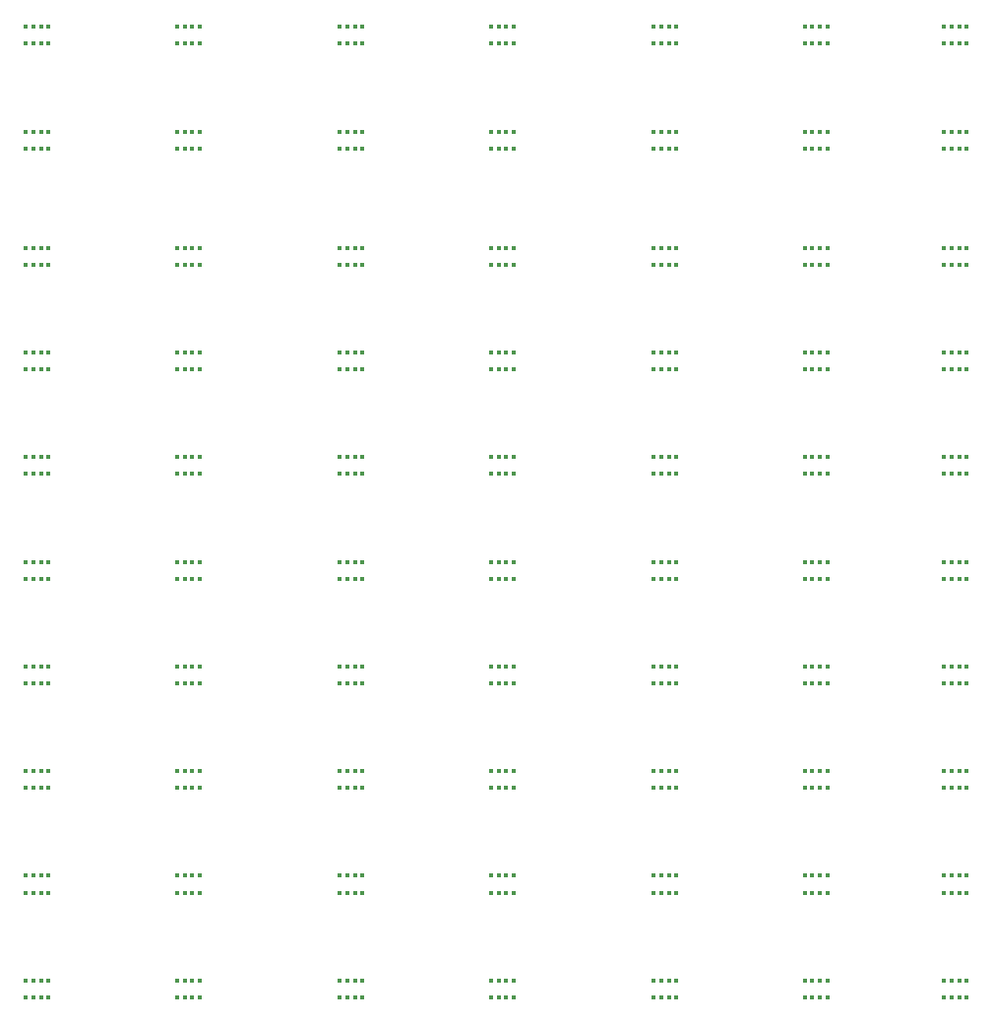
<source format=gtp>
G75*
%MOIN*%
%OFA0B0*%
%FSLAX25Y25*%
%IPPOS*%
%LPD*%
%AMOC8*
5,1,8,0,0,1.08239X$1,22.5*
%
%ADD10R,0.01575X0.01575*%
D10*
X0044115Y0032304D03*
X0046674Y0032304D03*
X0049233Y0032304D03*
X0051792Y0032304D03*
X0051792Y0038013D03*
X0049233Y0038013D03*
X0046674Y0038013D03*
X0044115Y0038013D03*
X0044115Y0067737D03*
X0046674Y0067737D03*
X0049233Y0067737D03*
X0051792Y0067737D03*
X0051792Y0073446D03*
X0049233Y0073446D03*
X0046674Y0073446D03*
X0044115Y0073446D03*
X0044115Y0103170D03*
X0046674Y0103170D03*
X0049233Y0103170D03*
X0051792Y0103170D03*
X0051792Y0108879D03*
X0049233Y0108879D03*
X0046674Y0108879D03*
X0044115Y0108879D03*
X0044115Y0138603D03*
X0046674Y0138603D03*
X0049233Y0138603D03*
X0051792Y0138603D03*
X0051792Y0144312D03*
X0049233Y0144312D03*
X0046674Y0144312D03*
X0044115Y0144312D03*
X0044115Y0174036D03*
X0046674Y0174036D03*
X0049233Y0174036D03*
X0051792Y0174036D03*
X0051792Y0179745D03*
X0049233Y0179745D03*
X0046674Y0179745D03*
X0044115Y0179745D03*
X0044115Y0209469D03*
X0046674Y0209469D03*
X0049233Y0209469D03*
X0051792Y0209469D03*
X0051792Y0215178D03*
X0049233Y0215178D03*
X0046674Y0215178D03*
X0044115Y0215178D03*
X0044115Y0244902D03*
X0046674Y0244902D03*
X0049233Y0244902D03*
X0051792Y0244902D03*
X0051792Y0250611D03*
X0049233Y0250611D03*
X0046674Y0250611D03*
X0044115Y0250611D03*
X0044115Y0280335D03*
X0046674Y0280335D03*
X0049233Y0280335D03*
X0051792Y0280335D03*
X0051792Y0286044D03*
X0049233Y0286044D03*
X0046674Y0286044D03*
X0044115Y0286044D03*
X0044115Y0319706D03*
X0046674Y0319706D03*
X0049233Y0319706D03*
X0051792Y0319706D03*
X0051792Y0325414D03*
X0049233Y0325414D03*
X0046674Y0325414D03*
X0044115Y0325414D03*
X0044115Y0355139D03*
X0046674Y0355139D03*
X0049233Y0355139D03*
X0051792Y0355139D03*
X0051792Y0360847D03*
X0049233Y0360847D03*
X0046674Y0360847D03*
X0044115Y0360847D03*
X0095296Y0360847D03*
X0097855Y0360847D03*
X0100414Y0360847D03*
X0102973Y0360847D03*
X0102973Y0355139D03*
X0100414Y0355139D03*
X0097855Y0355139D03*
X0095296Y0355139D03*
X0095296Y0325414D03*
X0097855Y0325414D03*
X0100414Y0325414D03*
X0102973Y0325414D03*
X0102973Y0319706D03*
X0100414Y0319706D03*
X0097855Y0319706D03*
X0095296Y0319706D03*
X0095296Y0286044D03*
X0097855Y0286044D03*
X0100414Y0286044D03*
X0102973Y0286044D03*
X0102973Y0280335D03*
X0100414Y0280335D03*
X0097855Y0280335D03*
X0095296Y0280335D03*
X0095296Y0250611D03*
X0097855Y0250611D03*
X0100414Y0250611D03*
X0102973Y0250611D03*
X0102973Y0244902D03*
X0100414Y0244902D03*
X0097855Y0244902D03*
X0095296Y0244902D03*
X0095296Y0215178D03*
X0097855Y0215178D03*
X0100414Y0215178D03*
X0102973Y0215178D03*
X0102973Y0209469D03*
X0100414Y0209469D03*
X0097855Y0209469D03*
X0095296Y0209469D03*
X0095296Y0179745D03*
X0097855Y0179745D03*
X0100414Y0179745D03*
X0102973Y0179745D03*
X0102973Y0174036D03*
X0100414Y0174036D03*
X0097855Y0174036D03*
X0095296Y0174036D03*
X0095296Y0144312D03*
X0097855Y0144312D03*
X0100414Y0144312D03*
X0102973Y0144312D03*
X0102973Y0138603D03*
X0100414Y0138603D03*
X0097855Y0138603D03*
X0095296Y0138603D03*
X0095296Y0108879D03*
X0097855Y0108879D03*
X0100414Y0108879D03*
X0102973Y0108879D03*
X0102973Y0103170D03*
X0100414Y0103170D03*
X0097855Y0103170D03*
X0095296Y0103170D03*
X0095296Y0073446D03*
X0097855Y0073446D03*
X0100414Y0073446D03*
X0102973Y0073446D03*
X0102973Y0067737D03*
X0100414Y0067737D03*
X0097855Y0067737D03*
X0095296Y0067737D03*
X0095296Y0038013D03*
X0097855Y0038013D03*
X0100414Y0038013D03*
X0102973Y0038013D03*
X0102973Y0032304D03*
X0100414Y0032304D03*
X0097855Y0032304D03*
X0095296Y0032304D03*
X0150414Y0032304D03*
X0152973Y0032304D03*
X0155532Y0032304D03*
X0158091Y0032304D03*
X0158091Y0038013D03*
X0155532Y0038013D03*
X0152973Y0038013D03*
X0150414Y0038013D03*
X0150414Y0067737D03*
X0152973Y0067737D03*
X0155532Y0067737D03*
X0158091Y0067737D03*
X0158091Y0073446D03*
X0155532Y0073446D03*
X0152973Y0073446D03*
X0150414Y0073446D03*
X0150414Y0103170D03*
X0152973Y0103170D03*
X0155532Y0103170D03*
X0158091Y0103170D03*
X0158091Y0108879D03*
X0155532Y0108879D03*
X0152973Y0108879D03*
X0150414Y0108879D03*
X0150414Y0138603D03*
X0152973Y0138603D03*
X0155532Y0138603D03*
X0158091Y0138603D03*
X0158091Y0144312D03*
X0155532Y0144312D03*
X0152973Y0144312D03*
X0150414Y0144312D03*
X0150414Y0174036D03*
X0152973Y0174036D03*
X0155532Y0174036D03*
X0158091Y0174036D03*
X0158091Y0179745D03*
X0155532Y0179745D03*
X0152973Y0179745D03*
X0150414Y0179745D03*
X0150414Y0209469D03*
X0152973Y0209469D03*
X0155532Y0209469D03*
X0158091Y0209469D03*
X0158091Y0215178D03*
X0155532Y0215178D03*
X0152973Y0215178D03*
X0150414Y0215178D03*
X0150414Y0244902D03*
X0152973Y0244902D03*
X0155532Y0244902D03*
X0158091Y0244902D03*
X0158091Y0250611D03*
X0155532Y0250611D03*
X0152973Y0250611D03*
X0150414Y0250611D03*
X0150414Y0280335D03*
X0152973Y0280335D03*
X0155532Y0280335D03*
X0158091Y0280335D03*
X0158091Y0286044D03*
X0155532Y0286044D03*
X0152973Y0286044D03*
X0150414Y0286044D03*
X0150414Y0319706D03*
X0152973Y0319706D03*
X0155532Y0319706D03*
X0158091Y0319706D03*
X0158091Y0325414D03*
X0155532Y0325414D03*
X0152973Y0325414D03*
X0150414Y0325414D03*
X0150414Y0355139D03*
X0152973Y0355139D03*
X0155532Y0355139D03*
X0158091Y0355139D03*
X0158091Y0360847D03*
X0155532Y0360847D03*
X0152973Y0360847D03*
X0150414Y0360847D03*
X0201595Y0360847D03*
X0204154Y0360847D03*
X0206713Y0360847D03*
X0209272Y0360847D03*
X0209272Y0355139D03*
X0206713Y0355139D03*
X0204154Y0355139D03*
X0201595Y0355139D03*
X0201595Y0325414D03*
X0204154Y0325414D03*
X0206713Y0325414D03*
X0209272Y0325414D03*
X0209272Y0319706D03*
X0206713Y0319706D03*
X0204154Y0319706D03*
X0201595Y0319706D03*
X0201595Y0286044D03*
X0204154Y0286044D03*
X0206713Y0286044D03*
X0209272Y0286044D03*
X0209272Y0280335D03*
X0206713Y0280335D03*
X0204154Y0280335D03*
X0201595Y0280335D03*
X0201595Y0250611D03*
X0204154Y0250611D03*
X0206713Y0250611D03*
X0209272Y0250611D03*
X0209272Y0244902D03*
X0206713Y0244902D03*
X0204154Y0244902D03*
X0201595Y0244902D03*
X0201595Y0215178D03*
X0204154Y0215178D03*
X0206713Y0215178D03*
X0209272Y0215178D03*
X0209272Y0209469D03*
X0206713Y0209469D03*
X0204154Y0209469D03*
X0201595Y0209469D03*
X0201595Y0179745D03*
X0204154Y0179745D03*
X0206713Y0179745D03*
X0209272Y0179745D03*
X0209272Y0174036D03*
X0206713Y0174036D03*
X0204154Y0174036D03*
X0201595Y0174036D03*
X0201595Y0144312D03*
X0204154Y0144312D03*
X0206713Y0144312D03*
X0209272Y0144312D03*
X0209272Y0138603D03*
X0206713Y0138603D03*
X0204154Y0138603D03*
X0201595Y0138603D03*
X0201595Y0108879D03*
X0204154Y0108879D03*
X0206713Y0108879D03*
X0209272Y0108879D03*
X0209272Y0103170D03*
X0206713Y0103170D03*
X0204154Y0103170D03*
X0201595Y0103170D03*
X0201595Y0073446D03*
X0204154Y0073446D03*
X0206713Y0073446D03*
X0209272Y0073446D03*
X0209272Y0067737D03*
X0206713Y0067737D03*
X0204154Y0067737D03*
X0201595Y0067737D03*
X0201595Y0038013D03*
X0204154Y0038013D03*
X0206713Y0038013D03*
X0209272Y0038013D03*
X0209272Y0032304D03*
X0206713Y0032304D03*
X0204154Y0032304D03*
X0201595Y0032304D03*
X0256713Y0032304D03*
X0259272Y0032304D03*
X0261831Y0032304D03*
X0264391Y0032304D03*
X0264391Y0038013D03*
X0261831Y0038013D03*
X0259272Y0038013D03*
X0256713Y0038013D03*
X0256713Y0067737D03*
X0259272Y0067737D03*
X0261831Y0067737D03*
X0264391Y0067737D03*
X0264391Y0073446D03*
X0261831Y0073446D03*
X0259272Y0073446D03*
X0256713Y0073446D03*
X0256713Y0103170D03*
X0259272Y0103170D03*
X0261831Y0103170D03*
X0264391Y0103170D03*
X0264391Y0108879D03*
X0261831Y0108879D03*
X0259272Y0108879D03*
X0256713Y0108879D03*
X0256713Y0138603D03*
X0259272Y0138603D03*
X0261831Y0138603D03*
X0264391Y0138603D03*
X0264391Y0144312D03*
X0261831Y0144312D03*
X0259272Y0144312D03*
X0256713Y0144312D03*
X0256713Y0174036D03*
X0259272Y0174036D03*
X0261831Y0174036D03*
X0264391Y0174036D03*
X0264391Y0179745D03*
X0261831Y0179745D03*
X0259272Y0179745D03*
X0256713Y0179745D03*
X0256713Y0209469D03*
X0259272Y0209469D03*
X0261831Y0209469D03*
X0264391Y0209469D03*
X0264391Y0215178D03*
X0261831Y0215178D03*
X0259272Y0215178D03*
X0256713Y0215178D03*
X0256713Y0244902D03*
X0259272Y0244902D03*
X0261831Y0244902D03*
X0264391Y0244902D03*
X0264391Y0250611D03*
X0261831Y0250611D03*
X0259272Y0250611D03*
X0256713Y0250611D03*
X0256713Y0280335D03*
X0259272Y0280335D03*
X0261831Y0280335D03*
X0264391Y0280335D03*
X0264391Y0286044D03*
X0261831Y0286044D03*
X0259272Y0286044D03*
X0256713Y0286044D03*
X0256713Y0319706D03*
X0259272Y0319706D03*
X0261831Y0319706D03*
X0264391Y0319706D03*
X0264391Y0325414D03*
X0261831Y0325414D03*
X0259272Y0325414D03*
X0256713Y0325414D03*
X0256713Y0355139D03*
X0259272Y0355139D03*
X0261831Y0355139D03*
X0264391Y0355139D03*
X0264391Y0360847D03*
X0261831Y0360847D03*
X0259272Y0360847D03*
X0256713Y0360847D03*
X0307894Y0360847D03*
X0310454Y0360847D03*
X0313013Y0360847D03*
X0315572Y0360847D03*
X0315572Y0355139D03*
X0313013Y0355139D03*
X0310454Y0355139D03*
X0307894Y0355139D03*
X0307894Y0325414D03*
X0310454Y0325414D03*
X0313013Y0325414D03*
X0315572Y0325414D03*
X0315572Y0319706D03*
X0313013Y0319706D03*
X0310454Y0319706D03*
X0307894Y0319706D03*
X0307894Y0286044D03*
X0310454Y0286044D03*
X0313013Y0286044D03*
X0315572Y0286044D03*
X0315572Y0280335D03*
X0313013Y0280335D03*
X0310454Y0280335D03*
X0307894Y0280335D03*
X0307894Y0250611D03*
X0310454Y0250611D03*
X0313013Y0250611D03*
X0315572Y0250611D03*
X0315572Y0244902D03*
X0313013Y0244902D03*
X0310454Y0244902D03*
X0307894Y0244902D03*
X0307894Y0215178D03*
X0310454Y0215178D03*
X0313013Y0215178D03*
X0315572Y0215178D03*
X0315572Y0209469D03*
X0313013Y0209469D03*
X0310454Y0209469D03*
X0307894Y0209469D03*
X0307894Y0179745D03*
X0310454Y0179745D03*
X0313013Y0179745D03*
X0315572Y0179745D03*
X0315572Y0174036D03*
X0313013Y0174036D03*
X0310454Y0174036D03*
X0307894Y0174036D03*
X0307894Y0144312D03*
X0310454Y0144312D03*
X0313013Y0144312D03*
X0315572Y0144312D03*
X0315572Y0138603D03*
X0313013Y0138603D03*
X0310454Y0138603D03*
X0307894Y0138603D03*
X0307894Y0108879D03*
X0310454Y0108879D03*
X0313013Y0108879D03*
X0315572Y0108879D03*
X0315572Y0103170D03*
X0313013Y0103170D03*
X0310454Y0103170D03*
X0307894Y0103170D03*
X0307894Y0073446D03*
X0310454Y0073446D03*
X0313013Y0073446D03*
X0315572Y0073446D03*
X0315572Y0067737D03*
X0313013Y0067737D03*
X0310454Y0067737D03*
X0307894Y0067737D03*
X0307894Y0038013D03*
X0310454Y0038013D03*
X0313013Y0038013D03*
X0315572Y0038013D03*
X0315572Y0032304D03*
X0313013Y0032304D03*
X0310454Y0032304D03*
X0307894Y0032304D03*
X0355139Y0032304D03*
X0357698Y0032304D03*
X0360257Y0032304D03*
X0362816Y0032304D03*
X0362816Y0038013D03*
X0360257Y0038013D03*
X0357698Y0038013D03*
X0355139Y0038013D03*
X0355139Y0067737D03*
X0357698Y0067737D03*
X0360257Y0067737D03*
X0362816Y0067737D03*
X0362816Y0073446D03*
X0360257Y0073446D03*
X0357698Y0073446D03*
X0355139Y0073446D03*
X0355139Y0103170D03*
X0357698Y0103170D03*
X0360257Y0103170D03*
X0362816Y0103170D03*
X0362816Y0108879D03*
X0360257Y0108879D03*
X0357698Y0108879D03*
X0355139Y0108879D03*
X0355139Y0138603D03*
X0357698Y0138603D03*
X0360257Y0138603D03*
X0362816Y0138603D03*
X0362816Y0144312D03*
X0360257Y0144312D03*
X0357698Y0144312D03*
X0355139Y0144312D03*
X0355139Y0174036D03*
X0357698Y0174036D03*
X0360257Y0174036D03*
X0362816Y0174036D03*
X0362816Y0179745D03*
X0360257Y0179745D03*
X0357698Y0179745D03*
X0355139Y0179745D03*
X0355139Y0209469D03*
X0357698Y0209469D03*
X0360257Y0209469D03*
X0362816Y0209469D03*
X0362816Y0215178D03*
X0360257Y0215178D03*
X0357698Y0215178D03*
X0355139Y0215178D03*
X0355139Y0244902D03*
X0357698Y0244902D03*
X0360257Y0244902D03*
X0362816Y0244902D03*
X0362816Y0250611D03*
X0360257Y0250611D03*
X0357698Y0250611D03*
X0355139Y0250611D03*
X0355139Y0280335D03*
X0357698Y0280335D03*
X0360257Y0280335D03*
X0362816Y0280335D03*
X0362816Y0286044D03*
X0360257Y0286044D03*
X0357698Y0286044D03*
X0355139Y0286044D03*
X0355139Y0319706D03*
X0357698Y0319706D03*
X0360257Y0319706D03*
X0362816Y0319706D03*
X0362816Y0325414D03*
X0360257Y0325414D03*
X0357698Y0325414D03*
X0355139Y0325414D03*
X0355139Y0355139D03*
X0357698Y0355139D03*
X0360257Y0355139D03*
X0362816Y0355139D03*
X0362816Y0360847D03*
X0360257Y0360847D03*
X0357698Y0360847D03*
X0355139Y0360847D03*
M02*

</source>
